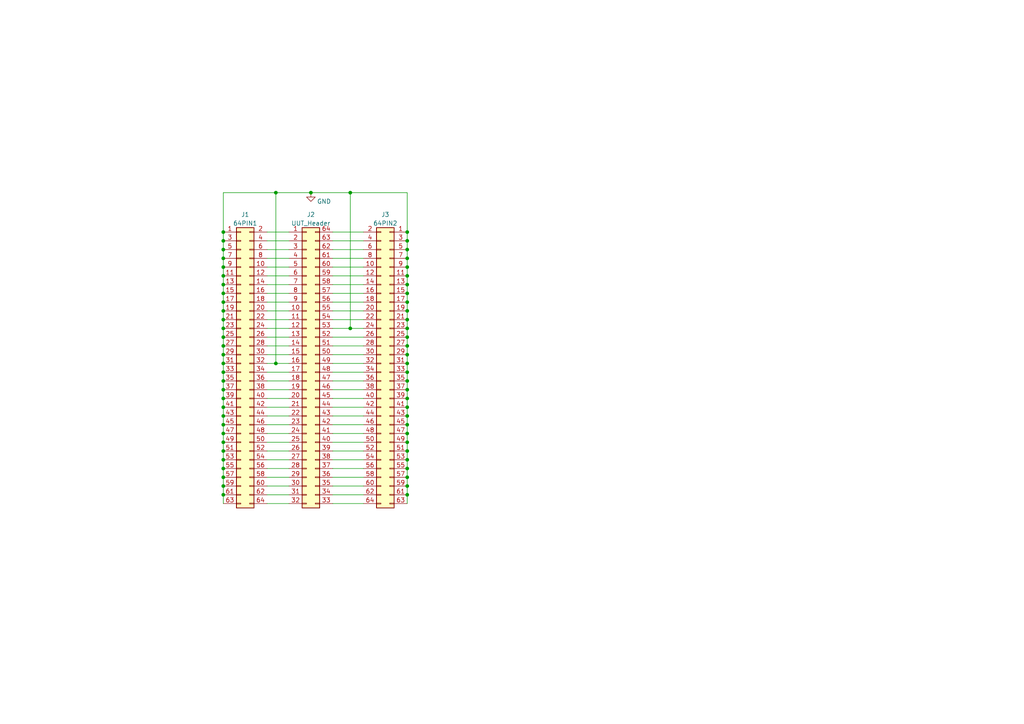
<source format=kicad_sch>
(kicad_sch (version 20230121) (generator eeschema)
  (paper "A4")
  (title_block (title "Fluke 9010 UUT Cable (6809 Version)") (date "2021-01-29") (rev "0.1") (comment 3 "M.Biry"))
  (lib_symbols
    (symbol "Connector_Generic:Conn_02x32_Counter_Clockwise" (pin_names (offset 1.016) hide)
      (property "Reference" "J" (at 1.27 40.64 0))
      (property "Value" "Conn_02x32_Counter_Clockwise" (at 1.27 -43.18 0))
      (symbol "Conn_02x32_Counter_Clockwise_1_1"
        (rectangle (start -1.27 -40.513) (end 0 -40.767) (stroke (width 0.1524)))
        (rectangle (start -1.27 -37.973) (end 0 -38.227) (stroke (width 0.1524)))
        (rectangle (start -1.27 -35.433) (end 0 -35.687) (stroke (width 0.1524)))
        (rectangle (start -1.27 -32.893) (end 0 -33.147) (stroke (width 0.1524)))
        (rectangle (start -1.27 -30.353) (end 0 -30.607) (stroke (width 0.1524)))
        (rectangle (start -1.27 -27.813) (end 0 -28.067) (stroke (width 0.1524)))
        (rectangle (start -1.27 -25.273) (end 0 -25.527) (stroke (width 0.1524)))
        (rectangle (start -1.27 -22.733) (end 0 -22.987) (stroke (width 0.1524)))
        (rectangle (start -1.27 -20.193) (end 0 -20.447) (stroke (width 0.1524)))
        (rectangle (start -1.27 -17.653) (end 0 -17.907) (stroke (width 0.1524)))
        (rectangle (start -1.27 -15.113) (end 0 -15.367) (stroke (width 0.1524)))
        (rectangle (start -1.27 -12.573) (end 0 -12.827) (stroke (width 0.1524)))
        (rectangle (start -1.27 -10.033) (end 0 -10.287) (stroke (width 0.1524)))
        (rectangle (start -1.27 -7.493) (end 0 -7.747) (stroke (width 0.1524)))
        (rectangle (start -1.27 -4.953) (end 0 -5.207) (stroke (width 0.1524)))
        (rectangle (start -1.27 -2.413) (end 0 -2.667) (stroke (width 0.1524)))
        (rectangle (start -1.27 0.127) (end 0 -0.127) (stroke (width 0.1524)))
        (rectangle (start -1.27 2.667) (end 0 2.413) (stroke (width 0.1524)))
        (rectangle (start -1.27 5.207) (end 0 4.953) (stroke (width 0.1524)))
        (rectangle (start -1.27 7.747) (end 0 7.493) (stroke (width 0.1524)))
        (rectangle (start -1.27 10.287) (end 0 10.033) (stroke (width 0.1524)))
        (rectangle (start -1.27 12.827) (end 0 12.573) (stroke (width 0.1524)))
        (rectangle (start -1.27 15.367) (end 0 15.113) (stroke (width 0.1524)))
        (rectangle (start -1.27 17.907) (end 0 17.653) (stroke (width 0.1524)))
        (rectangle (start -1.27 20.447) (end 0 20.193) (stroke (width 0.1524)))
        (rectangle (start -1.27 22.987) (end 0 22.733) (stroke (width 0.1524)))
        (rectangle (start -1.27 25.527) (end 0 25.273) (stroke (width 0.1524)))
        (rectangle (start -1.27 28.067) (end 0 27.813) (stroke (width 0.1524)))
        (rectangle (start -1.27 30.607) (end 0 30.353) (stroke (width 0.1524)))
        (rectangle (start -1.27 33.147) (end 0 32.893) (stroke (width 0.1524)))
        (rectangle (start -1.27 35.687) (end 0 35.433) (stroke (width 0.1524)))
        (rectangle (start -1.27 38.227) (end 0 37.973) (stroke (width 0.1524)))
        (rectangle (start -1.27 39.37) (end 3.81 -41.91) (stroke (width 0.254)) (fill (type background)))
        (rectangle (start 3.81 -40.513) (end 2.54 -40.767) (stroke (width 0.1524)))
        (rectangle (start 3.81 -37.973) (end 2.54 -38.227) (stroke (width 0.1524)))
        (rectangle (start 3.81 -35.433) (end 2.54 -35.687) (stroke (width 0.1524)))
        (rectangle (start 3.81 -32.893) (end 2.54 -33.147) (stroke (width 0.1524)))
        (rectangle (start 3.81 -30.353) (end 2.54 -30.607) (stroke (width 0.1524)))
        (rectangle (start 3.81 -27.813) (end 2.54 -28.067) (stroke (width 0.1524)))
        (rectangle (start 3.81 -25.273) (end 2.54 -25.527) (stroke (width 0.1524)))
        (rectangle (start 3.81 -22.733) (end 2.54 -22.987) (stroke (width 0.1524)))
        (rectangle (start 3.81 -20.193) (end 2.54 -20.447) (stroke (width 0.1524)))
        (rectangle (start 3.81 -17.653) (end 2.54 -17.907) (stroke (width 0.1524)))
        (rectangle (start 3.81 -15.113) (end 2.54 -15.367) (stroke (width 0.1524)))
        (rectangle (start 3.81 -12.573) (end 2.54 -12.827) (stroke (width 0.1524)))
        (rectangle (start 3.81 -10.033) (end 2.54 -10.287) (stroke (width 0.1524)))
        (rectangle (start 3.81 -7.493) (end 2.54 -7.747) (stroke (width 0.1524)))
        (rectangle (start 3.81 -4.953) (end 2.54 -5.207) (stroke (width 0.1524)))
        (rectangle (start 3.81 -2.413) (end 2.54 -2.667) (stroke (width 0.1524)))
        (rectangle (start 3.81 0.127) (end 2.54 -0.127) (stroke (width 0.1524)))
        (rectangle (start 3.81 2.667) (end 2.54 2.413) (stroke (width 0.1524)))
        (rectangle (start 3.81 5.207) (end 2.54 4.953) (stroke (width 0.1524)))
        (rectangle (start 3.81 7.747) (end 2.54 7.493) (stroke (width 0.1524)))
        (rectangle (start 3.81 10.287) (end 2.54 10.033) (stroke (width 0.1524)))
        (rectangle (start 3.81 12.827) (end 2.54 12.573) (stroke (width 0.1524)))
        (rectangle (start 3.81 15.367) (end 2.54 15.113) (stroke (width 0.1524)))
        (rectangle (start 3.81 17.907) (end 2.54 17.653) (stroke (width 0.1524)))
        (rectangle (start 3.81 20.447) (end 2.54 20.193) (stroke (width 0.1524)))
        (rectangle (start 3.81 22.987) (end 2.54 22.733) (stroke (width 0.1524)))
        (rectangle (start 3.81 25.527) (end 2.54 25.273) (stroke (width 0.1524)))
        (rectangle (start 3.81 28.067) (end 2.54 27.813) (stroke (width 0.1524)))
        (rectangle (start 3.81 30.607) (end 2.54 30.353) (stroke (width 0.1524)))
        (rectangle (start 3.81 33.147) (end 2.54 32.893) (stroke (width 0.1524)))
        (rectangle (start 3.81 35.687) (end 2.54 35.433) (stroke (width 0.1524)))
        (rectangle (start 3.81 38.227) (end 2.54 37.973) (stroke (width 0.1524)))
        (pin passive line (at -5.08 38.1 0) (length 3.81) (name "Pin_1") (number "1"))
        (pin passive line (at -5.08 15.24 0) (length 3.81) (name "Pin_10") (number "10"))
        (pin passive line (at -5.08 12.7 0) (length 3.81) (name "Pin_11") (number "11"))
        (pin passive line (at -5.08 10.16 0) (length 3.81) (name "Pin_12") (number "12"))
        (pin passive line (at -5.08 7.62 0) (length 3.81) (name "Pin_13") (number "13"))
        (pin passive line (at -5.08 5.08 0) (length 3.81) (name "Pin_14") (number "14"))
        (pin passive line (at -5.08 2.54 0) (length 3.81) (name "Pin_15") (number "15"))
        (pin passive line (at -5.08 0 0) (length 3.81) (name "Pin_16") (number "16"))
        (pin passive line (at -5.08 -2.54 0) (length 3.81) (name "Pin_17") (number "17"))
        (pin passive line (at -5.08 -5.08 0) (length 3.81) (name "Pin_18") (number "18"))
        (pin passive line (at -5.08 -7.62 0) (length 3.81) (name "Pin_19") (number "19"))
        (pin passive line (at -5.08 35.56 0) (length 3.81) (name "Pin_2") (number "2"))
        (pin passive line (at -5.08 -10.16 0) (length 3.81) (name "Pin_20") (number "20"))
        (pin passive line (at -5.08 -12.7 0) (length 3.81) (name "Pin_21") (number "21"))
        (pin passive line (at -5.08 -15.24 0) (length 3.81) (name "Pin_22") (number "22"))
        (pin passive line (at -5.08 -17.78 0) (length 3.81) (name "Pin_23") (number "23"))
        (pin passive line (at -5.08 -20.32 0) (length 3.81) (name "Pin_24") (number "24"))
        (pin passive line (at -5.08 -22.86 0) (length 3.81) (name "Pin_25") (number "25"))
        (pin passive line (at -5.08 -25.4 0) (length 3.81) (name "Pin_26") (number "26"))
        (pin passive line (at -5.08 -27.94 0) (length 3.81) (name "Pin_27") (number "27"))
        (pin passive line (at -5.08 -30.48 0) (length 3.81) (name "Pin_28") (number "28"))
        (pin passive line (at -5.08 -33.02 0) (length 3.81) (name "Pin_29") (number "29"))
        (pin passive line (at -5.08 33.02 0) (length 3.81) (name "Pin_3") (number "3"))
        (pin passive line (at -5.08 -35.56 0) (length 3.81) (name "Pin_30") (number "30"))
        (pin passive line (at -5.08 -38.1 0) (length 3.81) (name "Pin_31") (number "31"))
        (pin passive line (at -5.08 -40.64 0) (length 3.81) (name "Pin_32") (number "32"))
        (pin passive line (at 7.62 -40.64 180) (length 3.81) (name "Pin_33") (number "33"))
        (pin passive line (at 7.62 -38.1 180) (length 3.81) (name "Pin_34") (number "34"))
        (pin passive line (at 7.62 -35.56 180) (length 3.81) (name "Pin_35") (number "35"))
        (pin passive line (at 7.62 -33.02 180) (length 3.81) (name "Pin_36") (number "36"))
        (pin passive line (at 7.62 -30.48 180) (length 3.81) (name "Pin_37") (number "37"))
        (pin passive line (at 7.62 -27.94 180) (length 3.81) (name "Pin_38") (number "38"))
        (pin passive line (at 7.62 -25.4 180) (length 3.81) (name "Pin_39") (number "39"))
        (pin passive line (at -5.08 30.48 0) (length 3.81) (name "Pin_4") (number "4"))
        (pin passive line (at 7.62 -22.86 180) (length 3.81) (name "Pin_40") (number "40"))
        (pin passive line (at 7.62 -20.32 180) (length 3.81) (name "Pin_41") (number "41"))
        (pin passive line (at 7.62 -17.78 180) (length 3.81) (name "Pin_42") (number "42"))
        (pin passive line (at 7.62 -15.24 180) (length 3.81) (name "Pin_43") (number "43"))
        (pin passive line (at 7.62 -12.7 180) (length 3.81) (name "Pin_44") (number "44"))
        (pin passive line (at 7.62 -10.16 180) (length 3.81) (name "Pin_45") (number "45"))
        (pin passive line (at 7.62 -7.62 180) (length 3.81) (name "Pin_46") (number "46"))
        (pin passive line (at 7.62 -5.08 180) (length 3.81) (name "Pin_47") (number "47"))
        (pin passive line (at 7.62 -2.54 180) (length 3.81) (name "Pin_48") (number "48"))
        (pin passive line (at 7.62 0 180) (length 3.81) (name "Pin_49") (number "49"))
        (pin passive line (at -5.08 27.94 0) (length 3.81) (name "Pin_5") (number "5"))
        (pin passive line (at 7.62 2.54 180) (length 3.81) (name "Pin_50") (number "50"))
        (pin passive line (at 7.62 5.08 180) (length 3.81) (name "Pin_51") (number "51"))
        (pin passive line (at 7.62 7.62 180) (length 3.81) (name "Pin_52") (number "52"))
        (pin passive line (at 7.62 10.16 180) (length 3.81) (name "Pin_53") (number "53"))
        (pin passive line (at 7.62 12.7 180) (length 3.81) (name "Pin_54") (number "54"))
        (pin passive line (at 7.62 15.24 180) (length 3.81) (name "Pin_55") (number "55"))
        (pin passive line (at 7.62 17.78 180) (length 3.81) (name "Pin_56") (number "56"))
        (pin passive line (at 7.62 20.32 180) (length 3.81) (name "Pin_57") (number "57"))
        (pin passive line (at 7.62 22.86 180) (length 3.81) (name "Pin_58") (number "58"))
        (pin passive line (at 7.62 25.4 180) (length 3.81) (name "Pin_59") (number "59"))
        (pin passive line (at -5.08 25.4 0) (length 3.81) (name "Pin_6") (number "6"))
        (pin passive line (at 7.62 27.94 180) (length 3.81) (name "Pin_60") (number "60"))
        (pin passive line (at 7.62 30.48 180) (length 3.81) (name "Pin_61") (number "61"))
        (pin passive line (at 7.62 33.02 180) (length 3.81) (name "Pin_62") (number "62"))
        (pin passive line (at 7.62 35.56 180) (length 3.81) (name "Pin_63") (number "63"))
        (pin passive line (at 7.62 38.1 180) (length 3.81) (name "Pin_64") (number "64"))
        (pin passive line (at -5.08 22.86 0) (length 3.81) (name "Pin_7") (number "7"))
        (pin passive line (at -5.08 20.32 0) (length 3.81) (name "Pin_8") (number "8"))
        (pin passive line (at -5.08 17.78 0) (length 3.81) (name "Pin_9") (number "9"))
      )
    )
    (symbol "Connector_Generic:Conn_02x32_Odd_Even" (pin_names (offset 1.016) hide)
      (property "Reference" "J" (at 1.27 40.64 0))
      (property "Value" "Conn_02x32_Odd_Even" (at 1.27 -43.18 0))
      (symbol "Conn_02x32_Odd_Even_1_1"
        (rectangle (start -1.27 -40.513) (end 0 -40.767) (stroke (width 0.1524)))
        (rectangle (start -1.27 -37.973) (end 0 -38.227) (stroke (width 0.1524)))
        (rectangle (start -1.27 -35.433) (end 0 -35.687) (stroke (width 0.1524)))
        (rectangle (start -1.27 -32.893) (end 0 -33.147) (stroke (width 0.1524)))
        (rectangle (start -1.27 -30.353) (end 0 -30.607) (stroke (width 0.1524)))
        (rectangle (start -1.27 -27.813) (end 0 -28.067) (stroke (width 0.1524)))
        (rectangle (start -1.27 -25.273) (end 0 -25.527) (stroke (width 0.1524)))
        (rectangle (start -1.27 -22.733) (end 0 -22.987) (stroke (width 0.1524)))
        (rectangle (start -1.27 -20.193) (end 0 -20.447) (stroke (width 0.1524)))
        (rectangle (start -1.27 -17.653) (end 0 -17.907) (stroke (width 0.1524)))
        (rectangle (start -1.27 -15.113) (end 0 -15.367) (stroke (width 0.1524)))
        (rectangle (start -1.27 -12.573) (end 0 -12.827) (stroke (width 0.1524)))
        (rectangle (start -1.27 -10.033) (end 0 -10.287) (stroke (width 0.1524)))
        (rectangle (start -1.27 -7.493) (end 0 -7.747) (stroke (width 0.1524)))
        (rectangle (start -1.27 -4.953) (end 0 -5.207) (stroke (width 0.1524)))
        (rectangle (start -1.27 -2.413) (end 0 -2.667) (stroke (width 0.1524)))
        (rectangle (start -1.27 0.127) (end 0 -0.127) (stroke (width 0.1524)))
        (rectangle (start -1.27 2.667) (end 0 2.413) (stroke (width 0.1524)))
        (rectangle (start -1.27 5.207) (end 0 4.953) (stroke (width 0.1524)))
        (rectangle (start -1.27 7.747) (end 0 7.493) (stroke (width 0.1524)))
        (rectangle (start -1.27 10.287) (end 0 10.033) (stroke (width 0.1524)))
        (rectangle (start -1.27 12.827) (end 0 12.573) (stroke (width 0.1524)))
        (rectangle (start -1.27 15.367) (end 0 15.113) (stroke (width 0.1524)))
        (rectangle (start -1.27 17.907) (end 0 17.653) (stroke (width 0.1524)))
        (rectangle (start -1.27 20.447) (end 0 20.193) (stroke (width 0.1524)))
        (rectangle (start -1.27 22.987) (end 0 22.733) (stroke (width 0.1524)))
        (rectangle (start -1.27 25.527) (end 0 25.273) (stroke (width 0.1524)))
        (rectangle (start -1.27 28.067) (end 0 27.813) (stroke (width 0.1524)))
        (rectangle (start -1.27 30.607) (end 0 30.353) (stroke (width 0.1524)))
        (rectangle (start -1.27 33.147) (end 0 32.893) (stroke (width 0.1524)))
        (rectangle (start -1.27 35.687) (end 0 35.433) (stroke (width 0.1524)))
        (rectangle (start -1.27 38.227) (end 0 37.973) (stroke (width 0.1524)))
        (rectangle (start -1.27 39.37) (end 3.81 -41.91) (stroke (width 0.254)) (fill (type background)))
        (rectangle (start 3.81 -40.513) (end 2.54 -40.767) (stroke (width 0.1524)))
        (rectangle (start 3.81 -37.973) (end 2.54 -38.227) (stroke (width 0.1524)))
        (rectangle (start 3.81 -35.433) (end 2.54 -35.687) (stroke (width 0.1524)))
        (rectangle (start 3.81 -32.893) (end 2.54 -33.147) (stroke (width 0.1524)))
        (rectangle (start 3.81 -30.353) (end 2.54 -30.607) (stroke (width 0.1524)))
        (rectangle (start 3.81 -27.813) (end 2.54 -28.067) (stroke (width 0.1524)))
        (rectangle (start 3.81 -25.273) (end 2.54 -25.527) (stroke (width 0.1524)))
        (rectangle (start 3.81 -22.733) (end 2.54 -22.987) (stroke (width 0.1524)))
        (rectangle (start 3.81 -20.193) (end 2.54 -20.447) (stroke (width 0.1524)))
        (rectangle (start 3.81 -17.653) (end 2.54 -17.907) (stroke (width 0.1524)))
        (rectangle (start 3.81 -15.113) (end 2.54 -15.367) (stroke (width 0.1524)))
        (rectangle (start 3.81 -12.573) (end 2.54 -12.827) (stroke (width 0.1524)))
        (rectangle (start 3.81 -10.033) (end 2.54 -10.287) (stroke (width 0.1524)))
        (rectangle (start 3.81 -7.493) (end 2.54 -7.747) (stroke (width 0.1524)))
        (rectangle (start 3.81 -4.953) (end 2.54 -5.207) (stroke (width 0.1524)))
        (rectangle (start 3.81 -2.413) (end 2.54 -2.667) (stroke (width 0.1524)))
        (rectangle (start 3.81 0.127) (end 2.54 -0.127) (stroke (width 0.1524)))
        (rectangle (start 3.81 2.667) (end 2.54 2.413) (stroke (width 0.1524)))
        (rectangle (start 3.81 5.207) (end 2.54 4.953) (stroke (width 0.1524)))
        (rectangle (start 3.81 7.747) (end 2.54 7.493) (stroke (width 0.1524)))
        (rectangle (start 3.81 10.287) (end 2.54 10.033) (stroke (width 0.1524)))
        (rectangle (start 3.81 12.827) (end 2.54 12.573) (stroke (width 0.1524)))
        (rectangle (start 3.81 15.367) (end 2.54 15.113) (stroke (width 0.1524)))
        (rectangle (start 3.81 17.907) (end 2.54 17.653) (stroke (width 0.1524)))
        (rectangle (start 3.81 20.447) (end 2.54 20.193) (stroke (width 0.1524)))
        (rectangle (start 3.81 22.987) (end 2.54 22.733) (stroke (width 0.1524)))
        (rectangle (start 3.81 25.527) (end 2.54 25.273) (stroke (width 0.1524)))
        (rectangle (start 3.81 28.067) (end 2.54 27.813) (stroke (width 0.1524)))
        (rectangle (start 3.81 30.607) (end 2.54 30.353) (stroke (width 0.1524)))
        (rectangle (start 3.81 33.147) (end 2.54 32.893) (stroke (width 0.1524)))
        (rectangle (start 3.81 35.687) (end 2.54 35.433) (stroke (width 0.1524)))
        (rectangle (start 3.81 38.227) (end 2.54 37.973) (stroke (width 0.1524)))
        (pin passive line (at -5.08 38.1 0) (length 3.81) (name "Pin_1") (number "1"))
        (pin passive line (at 7.62 27.94 180) (length 3.81) (name "Pin_10") (number "10"))
        (pin passive line (at -5.08 25.4 0) (length 3.81) (name "Pin_11") (number "11"))
        (pin passive line (at 7.62 25.4 180) (length 3.81) (name "Pin_12") (number "12"))
        (pin passive line (at -5.08 22.86 0) (length 3.81) (name "Pin_13") (number "13"))
        (pin passive line (at 7.62 22.86 180) (length 3.81) (name "Pin_14") (number "14"))
        (pin passive line (at -5.08 20.32 0) (length 3.81) (name "Pin_15") (number "15"))
        (pin passive line (at 7.62 20.32 180) (length 3.81) (name "Pin_16") (number "16"))
        (pin passive line (at -5.08 17.78 0) (length 3.81) (name "Pin_17") (number "17"))
        (pin passive line (at 7.62 17.78 180) (length 3.81) (name "Pin_18") (number "18"))
        (pin passive line (at -5.08 15.24 0) (length 3.81) (name "Pin_19") (number "19"))
        (pin passive line (at 7.62 38.1 180) (length 3.81) (name "Pin_2") (number "2"))
        (pin passive line (at 7.62 15.24 180) (length 3.81) (name "Pin_20") (number "20"))
        (pin passive line (at -5.08 12.7 0) (length 3.81) (name "Pin_21") (number "21"))
        (pin passive line (at 7.62 12.7 180) (length 3.81) (name "Pin_22") (number "22"))
        (pin passive line (at -5.08 10.16 0) (length 3.81) (name "Pin_23") (number "23"))
        (pin passive line (at 7.62 10.16 180) (length 3.81) (name "Pin_24") (number "24"))
        (pin passive line (at -5.08 7.62 0) (length 3.81) (name "Pin_25") (number "25"))
        (pin passive line (at 7.62 7.62 180) (length 3.81) (name "Pin_26") (number "26"))
        (pin passive line (at -5.08 5.08 0) (length 3.81) (name "Pin_27") (number "27"))
        (pin passive line (at 7.62 5.08 180) (length 3.81) (name "Pin_28") (number "28"))
        (pin passive line (at -5.08 2.54 0) (length 3.81) (name "Pin_29") (number "29"))
        (pin passive line (at -5.08 35.56 0) (length 3.81) (name "Pin_3") (number "3"))
        (pin passive line (at 7.62 2.54 180) (length 3.81) (name "Pin_30") (number "30"))
        (pin passive line (at -5.08 0 0) (length 3.81) (name "Pin_31") (number "31"))
        (pin passive line (at 7.62 0 180) (length 3.81) (name "Pin_32") (number "32"))
        (pin passive line (at -5.08 -2.54 0) (length 3.81) (name "Pin_33") (number "33"))
        (pin passive line (at 7.62 -2.54 180) (length 3.81) (name "Pin_34") (number "34"))
        (pin passive line (at -5.08 -5.08 0) (length 3.81) (name "Pin_35") (number "35"))
        (pin passive line (at 7.62 -5.08 180) (length 3.81) (name "Pin_36") (number "36"))
        (pin passive line (at -5.08 -7.62 0) (length 3.81) (name "Pin_37") (number "37"))
        (pin passive line (at 7.62 -7.62 180) (length 3.81) (name "Pin_38") (number "38"))
        (pin passive line (at -5.08 -10.16 0) (length 3.81) (name "Pin_39") (number "39"))
        (pin passive line (at 7.62 35.56 180) (length 3.81) (name "Pin_4") (number "4"))
        (pin passive line (at 7.62 -10.16 180) (length 3.81) (name "Pin_40") (number "40"))
        (pin passive line (at -5.08 -12.7 0) (length 3.81) (name "Pin_41") (number "41"))
        (pin passive line (at 7.62 -12.7 180) (length 3.81) (name "Pin_42") (number "42"))
        (pin passive line (at -5.08 -15.24 0) (length 3.81) (name "Pin_43") (number "43"))
        (pin passive line (at 7.62 -15.24 180) (length 3.81) (name "Pin_44") (number "44"))
        (pin passive line (at -5.08 -17.78 0) (length 3.81) (name "Pin_45") (number "45"))
        (pin passive line (at 7.62 -17.78 180) (length 3.81) (name "Pin_46") (number "46"))
        (pin passive line (at -5.08 -20.32 0) (length 3.81) (name "Pin_47") (number "47"))
        (pin passive line (at 7.62 -20.32 180) (length 3.81) (name "Pin_48") (number "48"))
        (pin passive line (at -5.08 -22.86 0) (length 3.81) (name "Pin_49") (number "49"))
        (pin passive line (at -5.08 33.02 0) (length 3.81) (name "Pin_5") (number "5"))
        (pin passive line (at 7.62 -22.86 180) (length 3.81) (name "Pin_50") (number "50"))
        (pin passive line (at -5.08 -25.4 0) (length 3.81) (name "Pin_51") (number "51"))
        (pin passive line (at 7.62 -25.4 180) (length 3.81) (name "Pin_52") (number "52"))
        (pin passive line (at -5.08 -27.94 0) (length 3.81) (name "Pin_53") (number "53"))
        (pin passive line (at 7.62 -27.94 180) (length 3.81) (name "Pin_54") (number "54"))
        (pin passive line (at -5.08 -30.48 0) (length 3.81) (name "Pin_55") (number "55"))
        (pin passive line (at 7.62 -30.48 180) (length 3.81) (name "Pin_56") (number "56"))
        (pin passive line (at -5.08 -33.02 0) (length 3.81) (name "Pin_57") (number "57"))
        (pin passive line (at 7.62 -33.02 180) (length 3.81) (name "Pin_58") (number "58"))
        (pin passive line (at -5.08 -35.56 0) (length 3.81) (name "Pin_59") (number "59"))
        (pin passive line (at 7.62 33.02 180) (length 3.81) (name "Pin_6") (number "6"))
        (pin passive line (at 7.62 -35.56 180) (length 3.81) (name "Pin_60") (number "60"))
        (pin passive line (at -5.08 -38.1 0) (length 3.81) (name "Pin_61") (number "61"))
        (pin passive line (at 7.62 -38.1 180) (length 3.81) (name "Pin_62") (number "62"))
        (pin passive line (at -5.08 -40.64 0) (length 3.81) (name "Pin_63") (number "63"))
        (pin passive line (at 7.62 -40.64 180) (length 3.81) (name "Pin_64") (number "64"))
        (pin passive line (at -5.08 30.48 0) (length 3.81) (name "Pin_7") (number "7"))
        (pin passive line (at 7.62 30.48 180) (length 3.81) (name "Pin_8") (number "8"))
        (pin passive line (at -5.08 27.94 0) (length 3.81) (name "Pin_9") (number "9"))
      )
    )
    (symbol "power:GND" (power) (pin_names (offset 0))
      (property "Value" "GND" (at 0 -3.81 0))
      (symbol "GND_0_1"
        (polyline (pts (xy 0 0) (xy 0 -1.27) (xy 1.27 -1.27) (xy 0 -2.54) (xy -1.27 -1.27) (xy 0 -1.27)))
      )
      (symbol "GND_1_1"
        (pin power_in line (at 0 0 270) (length 0) hide (name "GND") (number "1"))
      )
    )
  )
  (junction (at 64.77 80.01))
  (junction (at 118.11 67.31))
  (junction (at 118.11 118.11))
  (junction (at 118.11 90.17))
  (junction (at 118.11 80.01))
  (junction (at 118.11 138.43))
  (junction (at 64.77 74.93))
  (junction (at 118.11 107.95))
  (junction (at 118.11 105.41))
  (junction (at 118.11 69.85))
  (junction (at 118.11 82.55))
  (junction (at 118.11 110.49))
  (junction (at 64.77 77.47))
  (junction (at 118.11 87.63))
  (junction (at 64.77 87.63))
  (junction (at 118.11 115.57))
  (junction (at 118.11 143.51))
  (junction (at 118.11 92.71))
  (junction (at 118.11 72.39))
  (junction (at 64.77 143.51))
  (junction (at 118.11 130.81))
  (junction (at 118.11 128.27))
  (junction (at 118.11 125.73))
  (junction (at 64.77 85.09))
  (junction (at 64.77 72.39))
  (junction (at 64.77 115.57))
  (junction (at 64.77 92.71))
  (junction (at 64.77 107.95))
  (junction (at 64.77 120.65))
  (junction (at 118.11 113.03))
  (junction (at 118.11 133.35))
  (junction (at 118.11 140.97))
  (junction (at 64.77 133.35))
  (junction (at 64.77 110.49))
  (junction (at 118.11 74.93))
  (junction (at 64.77 97.79))
  (junction (at 64.77 135.89))
  (junction (at 118.11 100.33))
  (junction (at 90.17 55.88))
  (junction (at 64.77 128.27))
  (junction (at 64.77 118.11))
  (junction (at 118.11 85.09))
  (junction (at 80.01 55.88))
  (junction (at 64.77 102.87))
  (junction (at 64.77 90.17))
  (junction (at 64.77 95.25))
  (junction (at 64.77 69.85))
  (junction (at 64.77 130.81))
  (junction (at 64.77 100.33))
  (junction (at 118.11 135.89))
  (junction (at 118.11 77.47))
  (junction (at 64.77 113.03))
  (junction (at 118.11 97.79))
  (junction (at 64.77 105.41))
  (junction (at 80.01 105.41))
  (junction (at 118.11 120.65))
  (junction (at 64.77 125.73))
  (junction (at 118.11 102.87))
  (junction (at 64.77 82.55))
  (junction (at 64.77 123.19))
  (junction (at 64.77 140.97))
  (junction (at 101.6 95.25))
  (junction (at 64.77 67.31))
  (junction (at 101.6 55.88))
  (junction (at 64.77 138.43))
  (junction (at 118.11 123.19))
  (junction (at 118.11 95.25))
  (wire (pts (xy 96.52 105.41) (xy 105.41 105.41)))
  (wire (pts (xy 77.47 67.31) (xy 83.82 67.31)))
  (wire (pts (xy 96.52 138.43) (xy 105.41 138.43)))
  (wire (pts (xy 77.47 100.33) (xy 83.82 100.33)))
  (wire (pts (xy 64.77 102.87) (xy 64.77 105.41)))
  (wire (pts (xy 118.11 133.35) (xy 118.11 135.89)))
  (wire (pts (xy 77.47 105.41) (xy 80.01 105.41)))
  (wire (pts (xy 96.52 113.03) (xy 105.41 113.03)))
  (wire (pts (xy 77.47 140.97) (xy 83.82 140.97)))
  (wire (pts (xy 118.11 100.33) (xy 118.11 102.87)))
  (wire (pts (xy 77.47 128.27) (xy 83.82 128.27)))
  (wire (pts (xy 64.77 97.79) (xy 64.77 100.33)))
  (wire (pts (xy 64.77 90.17) (xy 64.77 92.71)))
  (wire (pts (xy 118.11 140.97) (xy 118.11 143.51)))
  (wire (pts (xy 96.52 77.47) (xy 105.41 77.47)))
  (wire (pts (xy 80.01 55.88) (xy 90.17 55.88)))
  (wire (pts (xy 64.77 69.85) (xy 64.77 72.39)))
  (wire (pts (xy 96.52 74.93) (xy 105.41 74.93)))
  (wire (pts (xy 96.52 115.57) (xy 105.41 115.57)))
  (wire (pts (xy 64.77 87.63) (xy 64.77 90.17)))
  (wire (pts (xy 96.52 69.85) (xy 105.41 69.85)))
  (wire (pts (xy 64.77 118.11) (xy 64.77 120.65)))
  (wire (pts (xy 77.47 102.87) (xy 83.82 102.87)))
  (wire (pts (xy 118.11 74.93) (xy 118.11 77.47)))
  (wire (pts (xy 64.77 55.88) (xy 80.01 55.88)))
  (wire (pts (xy 118.11 115.57) (xy 118.11 118.11)))
  (wire (pts (xy 118.11 110.49) (xy 118.11 113.03)))
  (wire (pts (xy 96.52 67.31) (xy 105.41 67.31)))
  (wire (pts (xy 64.77 92.71) (xy 64.77 95.25)))
  (wire (pts (xy 96.52 85.09) (xy 105.41 85.09)))
  (wire (pts (xy 77.47 138.43) (xy 83.82 138.43)))
  (wire (pts (xy 64.77 105.41) (xy 64.77 107.95)))
  (wire (pts (xy 77.47 125.73) (xy 83.82 125.73)))
  (wire (pts (xy 64.77 123.19) (xy 64.77 125.73)))
  (wire (pts (xy 118.11 87.63) (xy 118.11 90.17)))
  (wire (pts (xy 64.77 113.03) (xy 64.77 115.57)))
  (wire (pts (xy 90.17 55.88) (xy 101.6 55.88)))
  (wire (pts (xy 96.52 97.79) (xy 105.41 97.79)))
  (wire (pts (xy 64.77 55.88) (xy 64.77 67.31)))
  (wire (pts (xy 77.47 113.03) (xy 83.82 113.03)))
  (wire (pts (xy 96.52 87.63) (xy 105.41 87.63)))
  (wire (pts (xy 118.11 90.17) (xy 118.11 92.71)))
  (wire (pts (xy 101.6 55.88) (xy 101.6 95.25)))
  (wire (pts (xy 80.01 55.88) (xy 80.01 105.41)))
  (wire (pts (xy 77.47 80.01) (xy 83.82 80.01)))
  (wire (pts (xy 77.47 130.81) (xy 83.82 130.81)))
  (wire (pts (xy 64.77 72.39) (xy 64.77 74.93)))
  (wire (pts (xy 96.52 120.65) (xy 105.41 120.65)))
  (wire (pts (xy 96.52 125.73) (xy 105.41 125.73)))
  (wire (pts (xy 96.52 133.35) (xy 105.41 133.35)))
  (wire (pts (xy 118.11 118.11) (xy 118.11 120.65)))
  (wire (pts (xy 64.77 67.31) (xy 64.77 69.85)))
  (wire (pts (xy 96.52 135.89) (xy 105.41 135.89)))
  (wire (pts (xy 118.11 130.81) (xy 118.11 133.35)))
  (wire (pts (xy 118.11 80.01) (xy 118.11 82.55)))
  (wire (pts (xy 96.52 146.05) (xy 105.41 146.05)))
  (wire (pts (xy 118.11 82.55) (xy 118.11 85.09)))
  (wire (pts (xy 77.47 133.35) (xy 83.82 133.35)))
  (wire (pts (xy 64.77 95.25) (xy 64.77 97.79)))
  (wire (pts (xy 96.52 72.39) (xy 105.41 72.39)))
  (wire (pts (xy 96.52 140.97) (xy 105.41 140.97)))
  (wire (pts (xy 118.11 135.89) (xy 118.11 138.43)))
  (wire (pts (xy 118.11 143.51) (xy 118.11 146.05)))
  (wire (pts (xy 118.11 95.25) (xy 118.11 97.79)))
  (wire (pts (xy 64.77 128.27) (xy 64.77 130.81)))
  (wire (pts (xy 64.77 133.35) (xy 64.77 135.89)))
  (wire (pts (xy 96.52 128.27) (xy 105.41 128.27)))
  (wire (pts (xy 118.11 123.19) (xy 118.11 125.73)))
  (wire (pts (xy 64.77 138.43) (xy 64.77 140.97)))
  (wire (pts (xy 77.47 123.19) (xy 83.82 123.19)))
  (wire (pts (xy 101.6 55.88) (xy 118.11 55.88)))
  (wire (pts (xy 118.11 97.79) (xy 118.11 100.33)))
  (wire (pts (xy 64.77 125.73) (xy 64.77 128.27)))
  (wire (pts (xy 101.6 95.25) (xy 105.41 95.25)))
  (wire (pts (xy 64.77 140.97) (xy 64.77 143.51)))
  (wire (pts (xy 96.52 130.81) (xy 105.41 130.81)))
  (wire (pts (xy 96.52 102.87) (xy 105.41 102.87)))
  (wire (pts (xy 77.47 120.65) (xy 83.82 120.65)))
  (wire (pts (xy 64.77 130.81) (xy 64.77 133.35)))
  (wire (pts (xy 77.47 143.51) (xy 83.82 143.51)))
  (wire (pts (xy 77.47 110.49) (xy 83.82 110.49)))
  (wire (pts (xy 64.77 110.49) (xy 64.77 113.03)))
  (wire (pts (xy 96.52 110.49) (xy 105.41 110.49)))
  (wire (pts (xy 96.52 95.25) (xy 101.6 95.25)))
  (wire (pts (xy 64.77 120.65) (xy 64.77 123.19)))
  (wire (pts (xy 64.77 143.51) (xy 64.77 146.05)))
  (wire (pts (xy 96.52 123.19) (xy 105.41 123.19)))
  (wire (pts (xy 64.77 135.89) (xy 64.77 138.43)))
  (wire (pts (xy 118.11 128.27) (xy 118.11 130.81)))
  (wire (pts (xy 77.47 118.11) (xy 83.82 118.11)))
  (wire (pts (xy 96.52 92.71) (xy 105.41 92.71)))
  (wire (pts (xy 118.11 55.88) (xy 118.11 67.31)))
  (wire (pts (xy 118.11 77.47) (xy 118.11 80.01)))
  (wire (pts (xy 96.52 100.33) (xy 105.41 100.33)))
  (wire (pts (xy 77.47 85.09) (xy 83.82 85.09)))
  (wire (pts (xy 64.77 80.01) (xy 64.77 82.55)))
  (wire (pts (xy 77.47 146.05) (xy 83.82 146.05)))
  (wire (pts (xy 64.77 82.55) (xy 64.77 85.09)))
  (wire (pts (xy 96.52 80.01) (xy 105.41 80.01)))
  (wire (pts (xy 77.47 87.63) (xy 83.82 87.63)))
  (wire (pts (xy 118.11 85.09) (xy 118.11 87.63)))
  (wire (pts (xy 118.11 113.03) (xy 118.11 115.57)))
  (wire (pts (xy 96.52 143.51) (xy 105.41 143.51)))
  (wire (pts (xy 118.11 92.71) (xy 118.11 95.25)))
  (wire (pts (xy 118.11 120.65) (xy 118.11 123.19)))
  (wire (pts (xy 77.47 107.95) (xy 83.82 107.95)))
  (wire (pts (xy 118.11 138.43) (xy 118.11 140.97)))
  (wire (pts (xy 77.47 69.85) (xy 83.82 69.85)))
  (wire (pts (xy 77.47 72.39) (xy 83.82 72.39)))
  (wire (pts (xy 64.77 74.93) (xy 64.77 77.47)))
  (wire (pts (xy 118.11 72.39) (xy 118.11 74.93)))
  (wire (pts (xy 64.77 100.33) (xy 64.77 102.87)))
  (wire (pts (xy 118.11 105.41) (xy 118.11 107.95)))
  (wire (pts (xy 118.11 69.85) (xy 118.11 72.39)))
  (wire (pts (xy 96.52 90.17) (xy 105.41 90.17)))
  (wire (pts (xy 118.11 125.73) (xy 118.11 128.27)))
  (wire (pts (xy 77.47 92.71) (xy 83.82 92.71)))
  (wire (pts (xy 64.77 115.57) (xy 64.77 118.11)))
  (wire (pts (xy 77.47 97.79) (xy 83.82 97.79)))
  (wire (pts (xy 77.47 115.57) (xy 83.82 115.57)))
  (wire (pts (xy 77.47 135.89) (xy 83.82 135.89)))
  (wire (pts (xy 80.01 105.41) (xy 83.82 105.41)))
  (wire (pts (xy 77.47 82.55) (xy 83.82 82.55)))
  (wire (pts (xy 118.11 102.87) (xy 118.11 105.41)))
  (wire (pts (xy 64.77 85.09) (xy 64.77 87.63)))
  (wire (pts (xy 77.47 77.47) (xy 83.82 77.47)))
  (wire (pts (xy 96.52 82.55) (xy 105.41 82.55)))
  (wire (pts (xy 77.47 90.17) (xy 83.82 90.17)))
  (wire (pts (xy 64.77 107.95) (xy 64.77 110.49)))
  (wire (pts (xy 64.77 77.47) (xy 64.77 80.01)))
  (wire (pts (xy 96.52 118.11) (xy 105.41 118.11)))
  (wire (pts (xy 96.52 107.95) (xy 105.41 107.95)))
  (wire (pts (xy 77.47 74.93) (xy 83.82 74.93)))
  (wire (pts (xy 118.11 67.31) (xy 118.11 69.85)))
  (wire (pts (xy 118.11 107.95) (xy 118.11 110.49)))
  (wire (pts (xy 77.47 95.25) (xy 83.82 95.25)))
  (symbol (lib_id "power:GND") (at 90.17 55.88 0) (unit 1)
    (property "Reference" "#PWR0101" (effects hide))
    (property "Value" "GND" (at 93.98 58.42 0))
  )
  (symbol (lib_id "Connector_Generic:Conn_02x32_Counter_Clockwise") (at 88.9 105.41 0) (unit 1)
    (property "Reference" "J2" (at 90.17 62.23 0))
    (property "Value" "UUT_Header" (at 90.17 64.77 0))
    (property "Footprint" "Package_DIP:DIP-64_W22.86mm" (effects hide))
  )
  (symbol (lib_id "Connector_Generic:Conn_02x32_Odd_Even") (at 69.85 105.41 0) (unit 1)
    (property "Reference" "J1" (at 71.12 62.23 0))
    (property "Value" "64PIN1" (at 71.12 64.77 0))
    (property "Footprint" "Connector_PinSocket_2.54mm:PinSocket_2x32_P2.54mm_Vertical" (effects hide))
  )
  (symbol (lib_id "Connector_Generic:Conn_02x32_Odd_Even") (at 113.03 105.41 0) (mirror y) (unit 1)
    (property "Reference" "J3" (at 111.76 62.23 0))
    (property "Value" "64PIN2" (at 111.76 64.77 0))
    (property "Footprint" "Connector_PinSocket_2.54mm:PinSocket_2x32_P2.54mm_Vertical" (effects hide))
  )
)
</source>
